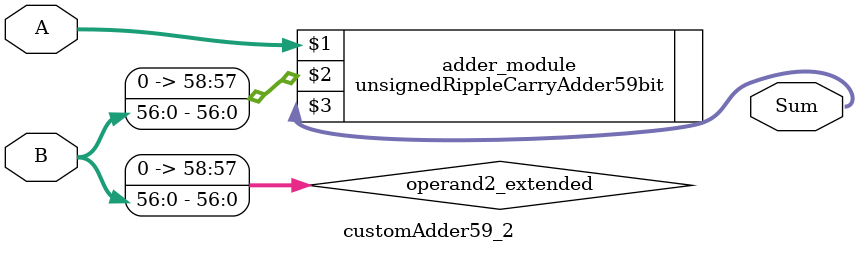
<source format=v>
module customAdder59_2(
                        input [58 : 0] A,
                        input [56 : 0] B,
                        
                        output [59 : 0] Sum
                );

        wire [58 : 0] operand2_extended;
        
        assign operand2_extended =  {2'b0, B};
        
        unsignedRippleCarryAdder59bit adder_module(
            A,
            operand2_extended,
            Sum
        );
        
        endmodule
        
</source>
